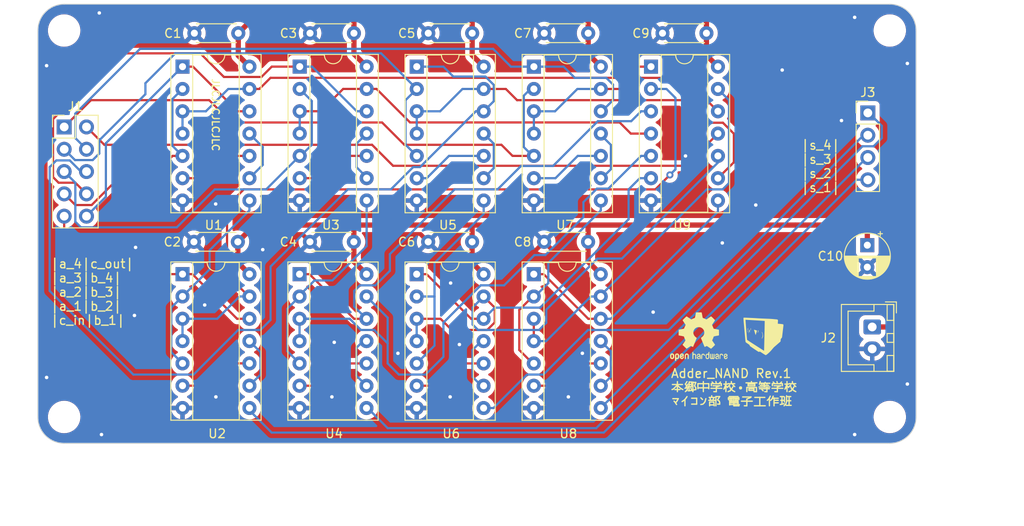
<source format=kicad_pcb>
(kicad_pcb (version 20221018) (generator pcbnew)
  (layers (0 "F.Cu" signal) (31 "B.Cu" signal) (34 "B.Paste" user) (35 "F.Paste" user) (36 "B.SilkS" user "B.Silkscreen") (37 "F.SilkS" user "F.Silkscreen") (38 "B.Mask" user) (39 "F.Mask" user) (44 "Edge.Cuts" user))
  (net 0 "")
  (net 1 "VCC")
  (net 2 "GND")
  (net 3 "/a_4")
  (net 4 "/a_3")
  (net 5 "/a_2")
  (net 6 "/a_1")
  (net 7 "/c_in")
  (net 8 "/b_1")
  (net 9 "/b_2")
  (net 10 "/b_3")
  (net 11 "/b_4")
  (net 12 "/c_out")
  (net 13 "/s_4")
  (net 14 "/s_3")
  (net 15 "/s_2")
  (net 16 "/s_1")
  (net 17 "Net-(U1-Pad13)")
  (net 18 "Net-(U1-Pad10)")
  (net 19 "Net-(U1-Pad8)")
  (net 20 "Net-(U1-Pad11)")
  (net 21 "Net-(U2-Pad13)")
  (net 22 "Net-(U2-Pad10)")
  (net 23 "Net-(U2-Pad11)")
  (net 24 "Net-(U3-Pad13)")
  (net 25 "Net-(U3-Pad10)")
  (net 26 "Net-(U3-Pad8)")
  (net 27 "Net-(U3-Pad11)")
  (net 28 "Net-(U4-Pad1)")
  (net 29 "Net-(U4-Pad13)")
  (net 30 "Net-(U4-Pad10)")
  (net 31 "Net-(U4-Pad11)")
  (net 32 "Net-(U5-Pad13)")
  (net 33 "Net-(U5-Pad10)")
  (net 34 "Net-(U5-Pad8)")
  (net 35 "Net-(U5-Pad11)")
  (net 36 "Net-(U6-Pad1)")
  (net 37 "Net-(U6-Pad13)")
  (net 38 "Net-(U6-Pad10)")
  (net 39 "Net-(U6-Pad11)")
  (net 40 "Net-(U7-Pad13)")
  (net 41 "Net-(U7-Pad10)")
  (net 42 "Net-(U7-Pad8)")
  (net 43 "Net-(U7-Pad11)")
  (net 44 "Net-(U8-Pad1)")
  (net 45 "Net-(U8-Pad13)")
  (net 46 "Net-(U8-Pad10)")
  (net 47 "Net-(U8-Pad11)")
  (footprint "Package_DIP:DIP-14_W7.62mm_Socket" (layer "F.Cu") (at 106.299 62.992)
    (fp_text reference "U4")
    (fp_text value "74HC00")
  )
  (footprint "Package_DIP:DIP-14_W7.62mm_Socket" (layer "F.Cu") (at 132.979 39.365)
    (fp_text reference "U7")
    (fp_text value "74HC00")
  )
  (footprint "Capacitor_THT:CP_Radial_D5.0mm_P2.50mm" (layer "F.Cu") (at 170.942 59.69 -90)
    (fp_text reference "C10")
    (fp_text value "C_Polarized_Small")
  )
  (footprint "Capacitor_THT:C_Disc_D4.3mm_W1.9mm_P5.00mm" (layer "F.Cu") (at 139.162 35.555 180)
    (fp_text reference "C7")
    (fp_text value "C_Small")
  )
  (footprint "Capacitor_THT:C_Disc_D4.3mm_W1.9mm_P5.00mm" (layer "F.Cu") (at 125.944 59.309 180)
    (fp_text reference "C6")
    (fp_text value "C_Small")
  )
  (footprint "Package_DIP:DIP-14_W7.62mm_Socket" (layer "F.Cu") (at 119.634 62.992)
    (fp_text reference "U6")
    (fp_text value "74HC00")
  )
  (footprint "Package_DIP:DIP-14_W7.62mm_Socket" (layer "F.Cu") (at 119.644 39.365)
    (fp_text reference "U5")
    (fp_text value "74HC00")
  )
  (footprint "Capacitor_THT:C_Disc_D4.3mm_W1.9mm_P5.00mm" (layer "F.Cu") (at 99.274 59.309 180)
    (fp_text reference "C2")
    (fp_text value "C_Small")
  )
  (footprint "Connector_PinHeader_2.54mm:PinHeader_1x04_P2.54mm_Vertical" (layer "F.Cu") (at 171 44.63)
    (fp_text reference "J3")
    (fp_text value "Conn_01x04_Pin")
  )
  (footprint "Package_DIP:DIP-14_W7.62mm_Socket" (layer "F.Cu") (at 106.319 39.36)
    (fp_text reference "U3")
    (fp_text value "74HC00")
  )
  (footprint "Package_DIP:DIP-14_W7.62mm_Socket" (layer "F.Cu") (at 132.969 62.992)
    (fp_text reference "U8")
    (fp_text value "74HC00")
  )
  (footprint "Capacitor_THT:C_Disc_D4.3mm_W1.9mm_P5.00mm" (layer "F.Cu") (at 139.152 59.309 180)
    (fp_text reference "C8")
    (fp_text value "C_Small")
  )
  (footprint "Library:mcc_logo" (layer "F.Cu") (at 159.258 70.104)
    (fp_text reference "G***" hide)
    (fp_text value "LOGO" hide)
  )
  (footprint "Package_DIP:DIP-14_W7.62mm_Socket" (layer "F.Cu") (at 92.974 62.987)
    (fp_text reference "U2")
    (fp_text value "74HC00")
  )
  (footprint "MountingHole:MountingHole_3.2mm_M3" (layer "F.Cu") (at 79.5 35.25)
    (fp_text reference "H1" hide)
    (fp_text value "MountingHole")
  )
  (footprint "Capacitor_THT:C_Disc_D4.3mm_W1.9mm_P5.00mm" (layer "F.Cu") (at 125.954 35.555 180)
    (fp_text reference "C5")
    (fp_text value "C_Small")
  )
  (footprint "MountingHole:MountingHole_3.2mm_M3" (layer "F.Cu") (at 79.5 79.25)
    (fp_text reference "H2" hide)
    (fp_text value "MountingHole")
  )
  (footprint "MountingHole:MountingHole_3.2mm_M3" (layer "F.Cu") (at 173.5 79.25)
    (fp_text reference "H3" hide)
    (fp_text value "MountingHole")
  )
  (footprint "Package_DIP:DIP-14_W7.62mm_Socket" (layer "F.Cu") (at 146.314 39.365)
    (fp_text reference "U9")
    (fp_text value "74HC00")
  )
  (footprint "Capacitor_THT:C_Disc_D4.3mm_W1.9mm_P5.00mm" (layer "F.Cu") (at 152.624 35.555 180)
    (fp_text reference "C9")
    (fp_text value "C_Small")
  )
  (footprint "Symbol:OSHW-Logo2_7.3x6mm_SilkScreen" (layer "F.Cu") (at 151.758 70.104)
    (fp_text reference "REF**" hide)
    (fp_text value "OSHW-Logo2_7.3x6mm_SilkScreen" hide)
  )
  (footprint "Capacitor_THT:C_Disc_D4.3mm_W1.9mm_P5.00mm" (layer "F.Cu") (at 112.482 59.309 180)
    (fp_text reference "C4")
    (fp_text value "C_Small")
  )
  (footprint "Capacitor_THT:C_Disc_D4.3mm_W1.9mm_P5.00mm" (layer "F.Cu") (at 99.324 35.555 180)
    (fp_text reference "C1")
    (fp_text value "C_Small")
  )
  (footprint "Package_DIP:DIP-14_W7.62mm_Socket" (layer "F.Cu") (at 92.974 39.365)
    (fp_text reference "U1")
    (fp_text value "74HC00")
  )
  (footprint "MountingHole:MountingHole_3.2mm_M3" (layer "F.Cu") (at 173.5 35.25)
    (fp_text reference "H4" hide)
    (fp_text value "MountingHole")
  )
  (footprint "Connector_PinHeader_2.54mm:PinHeader_2x05_P2.54mm_Vertical" (layer "F.Cu") (at 79.502 46.228)
    (fp_text reference "J1")
    (fp_text value "Conn_02x05_Odd_Even")
  )
  (footprint "Connector_JST:JST_XH_B2B-XH-A_1x02_P2.50mm_Vertical" (layer "F.Cu") (at 171.5 69 -90)
    (fp_text reference "J2")
    (fp_text value "Conn_01x02_Pin")
  )
  (footprint "Capacitor_THT:C_Disc_D4.3mm_W1.9mm_P5.00mm" (layer "F.Cu") (at 112.492 35.555 180)
    (fp_text reference "C3")
    (fp_text value "C_Small")
  )
  (gr_arc (start 173.5 32.25) (mid 175.62132 33.12868) (end 176.5 35.25) (stroke (width 0.1)) (layer "Edge.Cuts"))
  (gr_line (start 79.5 82.25) (end 173.5 82.25) (stroke (width 0.1)) (layer "Edge.Cuts"))
  (gr_arc (start 79.5 82.25) (mid 77.37868 81.37132) (end 76.5 79.25) (stroke (width 0.1)) (layer "Edge.Cuts"))
  (gr_line (start 76.5 35.25) (end 76.5 79.25) (stroke (width 0.1)) (layer "Edge.Cuts"))
  (gr_arc (start 76.5 35.25) (mid 77.37868 33.12868) (end 79.5 32.25) (stroke (width 0.1)) (layer "Edge.Cuts"))
  (gr_line (start 173.5 32.25) (end 79.5 32.25) (stroke (width 0.1)) (layer "Edge.Cuts"))
  (gr_line (start 176.5 79.25) (end 176.5 35.25) (stroke (width 0.1)) (layer "Edge.Cuts"))
  (gr_arc (start 176.5 79.25) (mid 175.62132 81.37132) (end 173.5 82.25) (stroke (width 0.1)) (layer "Edge.Cuts"))
  (gr_text "|a_4|c_out|\n|a_3|b_4|\n|a_2|b_3|\n|a_1|b_2|\n|c_in|b_1|" (at 77.851 68.834) (layer "F.SilkS") (effects (font (size 1 1)) (justify left bottom)))
  (gr_text "Adder_NAND Rev.1\n本郷中学校・高等学校\nマイコン部 電子工作班" (at 148.508 78.104) (layer "F.SilkS") (effects (font (size 1 1)) (justify left bottom)))
  (gr_text "|s_4|\n|s_3|\n|s_2|\n|s_1|" (at 165.608 53.721) (layer "F.SilkS") (effects (font (size 1 1)) (justify bottom)))
  (gr_text "JLCJLCJLCJLC" (at 96.266 40.64 270) (layer "F.SilkS") (effects (font (size 0.8 0.8)) (justify left bottom)))
  (segment (start 112.5 33.655) (end 126 33.655) (width 0.6) (layer "F.Cu") (net 1))
  (segment (start 173.25 69) (end 171.5 69) (width 0.6) (layer "F.Cu") (net 1))
  (segment (start 125.944 61.682) (end 127.254 62.992) (width 0.6) (layer "F.Cu") (net 1))
  (segment (start 167.155 33.655) (end 174.117 40.617) (width 0.6) (layer "F.Cu") (net 1))
  (segment (start 112.5 57.4) (end 125.9 57.4) (width 0.6) (layer "F.Cu") (net 1))
  (segment (start 99.274 59.309) (end 101.183 57.4) (width 0.6) (layer "F.Cu") (net 1))
  (segment (start 139.162 37.928) (end 140.599 39.365) (width 0.6) (layer "F.Cu") (net 1))
  (segment (start 139.162 33.685) (end 139.192 33.655) (width 0.6) (layer "F.Cu") (net 1))
  (segment (start 139.162 35.555) (end 139.162 37.928) (width 0.6) (layer "F.Cu") (net 1))
  (segment (start 139.1 57.4) (end 162.75 57.4) (width 0.6) (layer "F.Cu") (net 1))
  (segment (start 139.162 35.555) (end 139.162 33.685) (width 0.6) (layer "F.Cu") (net 1))
  (segment (start 174.117 68.133) (end 173.25 69) (width 0.6) (layer "F.Cu") (net 1))
  (segment (start 139.192 33.655) (end 140.238 33.655) (width 0.6) (layer "F.Cu") (net 1))
  (segment (start 125.944 59.309) (end 125.944 57.444) (width 0.6) (layer "F.Cu") (net 1))
  (segment (start 125.944 57.444) (end 125.9 57.4) (width 0.6) (layer "F.Cu") (net 1))
  (segment (start 125.9 57.4) (end 139.1 57.4) (width 0.6) (layer "F.Cu") (net 1))
  (segment (start 152.624 38.055) (end 153.934 39.365) (width 0.6) (layer "F.Cu") (net 1))
  (segment (start 152.624 35.555) (end 152.624 38.055) (width 0.6) (layer "F.Cu") (net 1))
  (segment (start 112.492 35.555) (end 112.492 33.663) (width 0.6) (layer "F.Cu") (net 1))
  (segment (start 99.324 38.095) (end 100.594 39.365) (width 0.6) (layer "F.Cu") (net 1))
  (segment (start 99.274 59.309) (end 99.274 61.667) (width 0.6) (layer "F.Cu") (net 1))
  (segment (start 112.482 59.309) (end 112.482 57.418) (width 0.6) (layer "F.Cu") (net 1))
  (segment (start 152.624 33.679) (end 152.6 33.655) (width 0.6) (layer "F.Cu") (net 1))
  (segment (start 174.117 57.4) (end 174.117 62.75) (width 0.6) (layer "F.Cu") (net 1))
  (segment (start 112.492 35.555) (end 112.492 37.913) (width 0.6) (layer "F.Cu") (net 1))
  (segment (start 139.152 59.309) (end 139.152 61.555) (width 0.6) (layer "F.Cu") (net 1))
  (segment (start 125.954 38.055) (end 127.264 39.365) (width 0.6) (layer "F.Cu") (net 1))
  (segment (start 112.482 59.309) (end 112.482 61.555) (width 0.6) (layer "F.Cu") (net 1))
  (segment (start 125.944 59.309) (end 125.944 61.682) (width 0.6) (layer "F.Cu") (net 1))
  (segment (start 125.954 33.701) (end 126 33.655) (width 0.6) (layer "F.Cu") (net 1))
  (segment (start 112.492 37.913) (end 113.939 39.36) (width 0.6) (layer "F.Cu") (net 1))
  (segment (start 125.954 35.555) (end 125.954 38.055) (width 0.6) (layer "F.Cu") (net 1))
  (segment (start 99.274 61.667) (end 100.594 62.987) (width 0.6) (layer "F.Cu") (net 1))
  (segment (start 99.324 35.555) (end 101.224 33.655) (width 0.6) (layer "F.Cu") (net 1))
  (segment (start 140.238 33.655) (end 152.6 33.655) (width 0.6) (layer "F.Cu") (net 1))
  (segment (start 101.224 33.655) (end 112.5 33.655) (width 0.6) (layer "F.Cu") (net 1))
  (segment (start 112.482 61.555) (end 113.919 62.992) (width 0.6) (layer "F.Cu") (net 1))
  (segment (start 152.6 33.655) (end 167.155 33.655) (width 0.6) (layer "F.Cu") (net 1))
  (segment (start 174.117 62.75) (end 174.117 68.133) (width 0.6) (layer "F.Cu") (net 1))
  (segment (start 152.624 35.555) (end 152.624 33.679) (width 0.6) (layer "F.Cu") (net 1))
  (segment (start 126 33.655) (end 139.192 33.655) (width 0.6) (layer "F.Cu") (net 1))
  (segment (start 101.183 57.4) (end 112.5 57.4) (width 0.6) (layer "F.Cu") (net 1))
  (segment (start 99.324 35.555) (end 99.324 38.095) (width 0.6) (layer "F.Cu") (net 1))
  (segment (start 139.152 59.309) (end 139.152 57.452) (width 0.6) (layer "F.Cu") (net 1))
  (segment (start 125.954 35.555) (end 125.954 33.701) (width 0.6) (layer "F.Cu") (net 1))
  (segment (start 170.942 57.4) (end 170.942 59.69) (width 0.6) (layer "F.Cu") (net 1))
  (segment (start 112.482 57.418) (end 112.5 57.4) (width 0.6) (layer "F.Cu") (net 1))
  (segment (start 162.75 57.4) (end 170.942 57.4) (width 0.6) (layer "F.Cu") (net 1))
  (segment (start 139.152 61.555) (end 140.589 62.992) (width 0.6) (layer "F.Cu") (net 1))
  (segment (start 139.152 57.452) (end 139.1 57.4) (width 0.6) (layer "F.Cu") (net 1))
  (segment (start 112.492 33.663) (end 112.5 33.655) (width 0.6) (layer "F.Cu") (net 1))
  (segment (start 170.942 57.4) (end 174.117 57.4) (width 0.6) (layer "F.Cu") (net 1))
  (segment (start 174.117 40.617) (end 174.117 57.4) (width 0.6) (layer "F.Cu") (net 1))
  (via (at 77.5 39.25) (size 0.8) (drill 0.4) (layers "F.Cu" "B.Cu") (net 2))
  (via (at 83.5 33.25) (size 0.8) (drill 0.4) (layers "F.Cu" "B.Cu") (net 2))
  (via (at 96.774 76.962) (size 0.8) (drill 0.4) (layers "F.Cu" "B.Cu") (net 2))
  (via (at 83.75 81.25) (size 0.8) (drill 0.4) (layers "F.Cu" "B.Cu") (net 2))
  (via (at 110.25 70.75) (size 0.8) (drill 0.4) (layers "F.Cu" "B.Cu") (net 2))
  (via (at 102.108 60.198) (size 0.8) (drill 0.4) (layers "F.Cu" "B.Cu") (net 2))
  (via (at 87.63 59.944) (size 0.8) (drill 0.4) (layers "F.Cu" "B.Cu") (net 2))
  (via (at 87.503 67.691) (size 0.8) (drill 0.4) (layers "F.Cu" "B.Cu") (net 2))
  (via (at 124.5 71) (size 0.8) (drill 0.4) (layers "F.Cu" "B.Cu") (net 2))
  (via (at 117.5 72) (size 0.8) (drill 0.4) (layers "F.Cu" "B.Cu") (net 2))
  (via (at 175.5 75.5) (size 0.8) (drill 0.4) (layers "F.Cu" "B.Cu") (net 2))
  (via (at 123.444 76.962) (size 0.8) (drill 0.4) (layers "F.Cu" "B.Cu") (net 2))
  (via (at 146.558 67.31) (size 0.8) (drill 0.4) (layers "F.Cu" "B.Cu") (net 2))
  (via (at 175.5 39) (size 0.8) (drill 0.4) (layers "F.Cu" "B.Cu") (net 2))
  (via (at 123.5 64) (size 0.8) (drill 0.4) (layers "F.Cu" "B.Cu") (net 2))
  (via (at 138.5 72) (size 0.8) (drill 0.4) (layers "F.Cu" "B.Cu") (net 2))
  (via (at 154.432 59.436) (size 0.8) (drill 0.4) (layers "F.Cu" "B.Cu") (net 2))
  (via (at 169.5 33.75) (size 0.8) (drill 0.4) (layers "F.Cu" "B.Cu") (net 2))
  (via (at 169.5 81.25) (size 0.8) (drill 0.4) (layers "F.Cu" "B.Cu") (net 2))
  (via (at 168 45.5) (size 0.8) (drill 0.4) (layers "F.Cu" "B.Cu") (net 2))
  (via (at 95.5 66.5) (size 0.8) (drill 0.4) (layers "F.Cu" "B.Cu") (net 2))
  (via (at 136.906 76.962) (size 0.8) (drill 0.4) (layers "F.Cu" "B.Cu") (net 2))
  (via (at 161.25 39.75) (size 0.8) (drill 0.4) (layers "F.Cu" "B.Cu") (net 2))
  (via (at 109.982 76.962) (size 0.8) (drill 0.4) (layers "F.Cu" "B.Cu") (net 2))
  (via (at 158.242 55.118) (size 0.8) (drill 0.4) (layers "F.Cu" "B.Cu") (net 2))
  (via (at 96.75 55) (size 0.8) (drill 0.4) (layers "F.Cu" "B.Cu") (net 2))
  (via (at 150.241 49.53) (size 0.8) (drill 0.4) (layers "F.Cu" "B.Cu") (net 2))
  (via (at 77.5 74.75) (size 0.8) (drill 0.4) (layers "F.Cu" "B.Cu") (net 2))
  (segment (start 132.979 49.525) (end 130.551 49.525) (width 0.25) (layer "F.Cu") (net 3))
  (segment (start 130.551 49.525) (end 129.286 48.26) (width 0.25) (layer "F.Cu") (net 3))
  (segment (start 96.012 43.18) (end 82.55 43.18) (width 0.25) (layer "F.Cu") (net 3))
  (segment (start 82.55 43.18) (end 79.502 46.228) (width 0.25) (layer "F.Cu") (net 3))
  (segment (start 118.237 48.26) (end 115.697 45.72) (width 0.25) (layer "F.Cu") (net 3))
  (segment (start 115.697 45.72) (end 98.552 45.72) (width 0.25) (layer "F.Cu") (net 3))
  (segment (start 98.552 45.72) (end 96.012 43.18) (width 0.25) (layer "F.Cu") (net 3))
  (segment (start 129.286 48.26) (end 118.237 48.26) (width 0.25) (layer "F.Cu") (net 3))
  (segment (start 132.593 41.905) (end 131.83 42.668) (width 0.25) (layer "B.Cu") (net 3))
  (segment (start 131.83 48.518) (end 132.837 49.525) (width 0.25) (layer "B.Cu") (net 3))
  (segment (start 132.979 41.905) (end 132.593 41.905) (width 0.25) (layer "B.Cu") (net 3))
  (segment (start 131.83 42.668) (end 131.83 48.518) (width 0.25) (layer "B.Cu") (net 3))
  (segment (start 132.837 49.525) (end 132.979 49.525) (width 0.25) (layer "B.Cu") (net 3))
  (segment (start 115.585 37.846) (end 119.644 41.905) (width 0.25) (layer "B.Cu") (net 4))
  (segment (start 119.644 49.525) (end 118.364 48.245) (width 0.25) (layer "B.Cu") (net 4))
  (segment (start 82.75 50) (end 83.5 49.25) (width 0.25) (layer "B.Cu") (net 4))
  (segment (start 83.5 47.75) (end 88.75 42.5) (width 0.25) (layer "B.Cu") (net 4))
  (segment (start 83.5 49.25) (end 83.5 47.75) (width 0.25) (layer "B.Cu") (net 4))
  (segment (start 88.75 41.25) (end 92.154 37.846) (width 0.25) (layer "B.Cu") (net 4))
  (segment (start 92.154 37.846) (end 115.585 37.846) (width 0.25) (layer "B.Cu") (net 4))
  (segment (start 80.734 50) (end 82.75 50) (width 0.25) (layer "B.Cu") (net 4))
  (segment (start 79.502 48.768) (end 80.734 50) (width 0.25) (layer "B.Cu") (net 4))
  (segment (start 118.364 43.185) (end 119.644 41.905) (width 0.25) (layer "B.Cu") (net 4))
  (segment (start 88.75 42.5) (end 88.75 41.25) (width 0.25) (layer "B.Cu") (net 4))
  (segment (start 119.644 49.525) (end 119.375 49.525) (width 0.25) (layer "B.Cu") (net 4))
  (segment (start 118.364 48.245) (end 118.364 43.185) (width 0.25) (layer "B.Cu") (net 4))
  (segment (start 79.502 51.308) (end 78.74 51.308) (width 0.25) (layer "F.Cu") (net 5))
  (segment (start 106.436 49.52) (end 106.319 49.52) (width 0.25) (layer "B.Cu") (net 5))
  (segment (start 107.696 43.277) (end 107.696 48.26) (width 0.25) (layer "B.Cu") (net 5))
  (segment (start 96.647 53.34) (end 102.499 53.34) (width 0.25) (layer "B.Cu") (net 5))
  (segment (start 107.696 48.26) (end 106.436 49.52) (width 0.25) (layer "B.Cu") (net 5))
  (segment (start 92.329 57.658) (end 96.647 53.34) (width 0.25) (layer "B.Cu") (net 5))
  (segment (start 81.407 57.658) (end 92.329 57.658) (width 0.25) (layer "B.Cu") (net 5))
  (segment (start 79.502 51.308) (end 80.772 52.578) (width 0.25) (layer "B.Cu") (net 5))
  (segment (start 106.319 41.9) (end 107.696 43.277) (width 0.25) (layer "B.Cu") (net 5))
  (segment (start 80.772 52.578) (end 80.772 57.023) (width 0.25) (layer "B.Cu") (net 5))
  (segment (start 102.499 53.34) (end 106.319 49.52) (width 0.25) (layer "B.Cu") (net 5))
  (segment (start 80.772 57.023) (end 81.407 57.658) (width 0.25) (layer "B.Cu") (net 5))
  (segment (start 84.864366 52.885) (end 82.631366 55.118) (width 0.25) (layer "F.Cu") (net 6))
  (segment (start 91.8471 49.525) (end 88.4871 52.885) (width 0.25) (layer "F.Cu") (net 6))
  (segment (start 80.772 55.118) (end 79.502 53.848) (width 0.25) (layer "F.Cu") (net 6))
  (segment (start 82.631366 55.118) (end 80.772 55.118) (width 0.25) (layer "F.Cu") (net 6))
  (segment (start 92.974 49.525) (end 91.8471 49.525) (width 0.25) (layer "F.Cu") (net 6))
  (segment (start 88.4871 52.885) (end 84.864366 52.885) (width 0.25) (layer "F.Cu") (net 6))
  (segment (start 91.8246 43.0494) (end 91.8246 48.3756) (width 0.25) (layer "B.Cu") (net 6))
  (segment (start 92.974 41.905) (end 92.969 41.905) (width 0.25) (layer "B.Cu") (net 6))
  (segment (start 92.969 41.905) (end 91.8246 43.0494) (width 0.25) (layer "B.Cu") (net 6))
  (segment (start 91.8246 48.3756) (end 92.974 49.525) (width 0.25) (layer "B.Cu") (net 6))
  (segment (start 94.1009 62.987) (end 99.1809 68.067) (width 0.25) (layer "F.Cu") (net 7))
  (segment (start 92.974 62.987) (end 82.291 62.987) (width 0.25) (layer "F.Cu") (net 7))
  (segment (start 99.1809 68.067) (end 100.594 68.067) (width 0.25) (layer "F.Cu") (net 7))
  (segment (start 92.974 62.987) (end 94.1009 62.987) (width 0.25) (layer "F.Cu") (net 7))
  (segment (start 79.502 60.198) (end 79.502 56.388) (width 0.25) (layer "F.Cu") (net 7))
  (segment (start 82.291 62.987) (end 79.502 60.198) (width 0.25) (layer "F.Cu") (net 7))
  (segment (start 92.974 39.365) (end 94.16495 39.365) (width 0.25) (layer "F.Cu") (net 8))
  (segment (start 94.16495 39.365) (end 99.24495 44.445) (width 0.25) (layer "F.Cu") (net 8))
  (segment (start 99.24495 44.445) (end 100.594 44.445) (width 0.25) (layer "F.Cu") (net 8))
  (segment (start 92.974 39.365) (end 92.969 39.365) (width 0.25) (layer "B.Cu") (net 8))
  (segment (start 84.25 54.18) (end 82.042 56.388) (width 0.25) (layer "B.Cu") (net 8))
  (segment (start 92.969 39.365) (end 84.25 48.084) (width 0.25) (layer "B.Cu") (net 8))
  (segment (start 84.25 48.084) (end 84.25 54.18) (width 0.25) (layer "B.Cu") (net 8))
  (segment (start 97.6887 40.5387) (end 101.9565 40.5387) (width 0.25) (layer "F.Cu") (net 9))
  (segment (start 78.867 52.578) (end 78.232 51.943) (width 0.25) (layer "F.Cu") (net 9))
  (segment (start 80.772 52.578) (end 78.867 52.578) (width 0.25) (layer "F.Cu") (net 9))
  (segment (start 82.042 53.848) (end 80.772 52.578) (width 0.25) (layer "F.Cu") (net 9))
  (segment (start 103.1352 39.36) (end 106.319 39.36) (width 0.25) (layer "F.Cu") (net 9))
  (segment (start 101.9565 40.5387) (end 103.1352 39.36) (width 0.25) (layer "F.Cu") (net 9))
  (segment (start 78.232 45.3353) (end 85.7213 37.846) (width 0.25) (layer "F.Cu") (net 9))
  (segment (start 78.232 51.943) (end 78.232 45.3353) (width 0.25) (layer "F.Cu") (net 9))
  (segment (start 85.7213 37.846) (end 94.996 37.846) (width 0.25) (layer "F.Cu") (net 9))
  (segment (start 94.996 37.846) (end 97.6887 40.5387) (width 0.25) (layer "F.Cu") (net 9))
  (segment (start 113.939 44.44) (end 112.812 44.44) (width 0.25) (layer "B.Cu") (net 9))
  (segment (start 112.812 44.44) (end 107.732 39.36) (width 0.25) (layer "B.Cu") (net 9))
  (segment (start 107.732 39.36) (end 106.319 39.36) (width 0.25) (layer "B.Cu") (net 9))
  (segment (start 111.794 53.33) (end 116.705 53.33) (width 0.25) (layer "B.Cu") (net 10))
  (segment (start 77.851 64.897) (end 87.376 74.422) (width 0.25) (layer "B.Cu") (net 10))
  (segment (start 78.613 50.038) (end 77.851 50.8) (width 0.25) (layer "B.Cu") (net 10))
  (segment (start 122.677 39.365) (end 119.644 39.365) (width 0.25) (layer "B.Cu") (net 10))
  (segment (start 103 68.196) (end 103 62.124) (width 0.25) (layer "B.Cu") (net 10))
  (segment (start 82.042 51.308) (end 81.405604 51.308) (width 0.25) (layer "B.Cu") (net 10))
  (segment (start 99.314 69.342) (end 101.854 69.342) (width 0.25) (layer "B.Cu") (net 10))
  (segment (start 126.371 44.445) (end 127.264 44.445) (width 0.25) (layer "B.Cu") (net 10))
  (segment (start 80.135604 50.038) (end 78.613 50.038) (width 0.25) (layer "B.Cu") (net 10))
  (segment (start 120.021 50.795) (end 126.371 44.445) (width 0.25) (layer "B.Cu") (net 10))
  (segment (start 116.705 53.33) (end 119.24 50.795) (width 0.25) (layer "B.Cu") (net 10))
  (segment (start 128.414 41.4444) (end 127.462 40.4919) (width 0.25) (layer "B.Cu") (net 10))
  (segment (start 101.854 69.342) (end 103 68.196) (width 0.25) (layer "B.Cu") (net 10))
  (segment (start 77.851 50.8) (end 77.851 64.897) (width 0.25) (layer "B.Cu") (net 10))
  (segment (start 123.8039 40.4919) (end 122.677 39.365) (width 0.25) (layer "B.Cu") (net 10))
  (segment (start 103 62.124) (end 111.794 53.33) (width 0.25) (layer "B.Cu") (net 10))
  (segment (start 119.24 50.795) (end 120.021 50.795) (width 0.25) (layer "B.Cu") (net 10))
  (segment (start 81.405604 51.308) (end 80.135604 50.038) (width 0.25) (layer "B.Cu") (net 10))
  (segment (start 87.376 74.422) (end 94.234 74.422) (width 0.25) (layer "B.Cu") (net 10))
  (segment (start 127.264 44.445) (end 128.414 43.295) (width 0.25) (layer "B.Cu") (net 10))
  (segment (start 94.234 74.422) (end 99.314 69.342) (width 0.25) (layer "B.Cu") (net 10))
  (segment (start 128.414 43.295) (end 128.414 41.4444) (width 0.25) (layer "B.Cu") (net 10))
  (segment (start 127.462 40.4919) (end 123.8039 40.4919) (width 0.25) (layer "B.Cu") (net 10))
  (segment (start 140.599 44.445) (end 140.721 44.445) (width 0.25) (layer "B.Cu") (net 11))
  (segment (start 82.042 48.768) (end 80.772 47.498) (width 0.25) (layer "B.Cu") (net 11))
  (segment (start 141.224 40.64) (end 137.64 40.64) (width 0.25) (layer "B.Cu") (net 11))
  (segment (start 137.64 40.64) (end 136.365 39.365) (width 0.25) (layer "B.Cu") (net 11))
  (segment (start 136.365 39.365) (end 132.979 39.365) (width 0.25) (layer "B.Cu") (net 11))
  (segment (start 141.986 41.402) (end 141.224 40.64) (width 0.25) (layer "B.Cu") (net 11))
  (segment (start 128.338 37.338) (end 130.365 39.365) (width 0.25) (layer "B.Cu") (net 11))
  (segment (start 80.772 47.498) (end 80.772 44.704) (width 0.25) (layer "B.Cu") (net 11))
  (segment (start 130.365 39.365) (end 132.979 39.365) (width 0.25) (layer "B.Cu") (net 11))
  (segment (start 140.721 44.445) (end 141.986 43.18) (width 0.25) (layer "B.Cu") (net 11))
  (segment (start 80.772 44.704) (end 88.138 37.338) (width 0.25) (layer "B.Cu") (net 11))
  (segment (start 141.986 43.18) (end 141.986 41.402) (width 0.25) (layer "B.Cu") (net 11))
  (segment (start 88.138 37.338) (end 128.338 37.338) (width 0.25) (layer "B.Cu") (net 11))
  (segment (start 84.074 48.26) (end 82.042 46.228) (width 0.25) (layer "F.Cu") (net 12))
  (segment (start 114.552878 48.26) (end 84.074 48.26) (width 0.25) (layer "F.Cu") (net 12))
  (segment (start 153.934 46.985) (end 150.269 50.65) (width 0.25) (layer "F.Cu") (net 12))
  (segment (start 150.269 50.65) (end 116.942878 50.65) (width 0.25) (layer "F.Cu") (net 12))
  (segment (start 116.942878 50.65) (end 114.552878 48.26) (width 0.25) (layer "F.Cu") (net 12))
  (segment (start 172.593 46.101) (end 172.593 47.498) (width 0.25) (layer "B.Cu") (net 13))
  (segment (start 171.112 44.62) (end 172.593 46.101) (width 0.25) (layer "B.Cu") (net 13))
  (segment (start 171.661 48.43) (end 170.391 48.43) (width 0.25) (layer "B.Cu") (net 13))
  (segment (start 170.9 44.62) (end 171.112 44.62) (width 0.25) (layer "B.Cu") (net 13))
  (segment (start 170.391 48.43) (end 140.589 78.232) (width 0.25) (layer "B.Cu") (net 13))
  (segment (start 172.593 47.498) (end 171.661 48.43) (width 0.25) (layer "B.Cu") (net 13))
  (segment (start 128.381 78.232) (end 132.191 74.422) (width 0.25) (layer "B.Cu") (net 14))
  (segment (start 127.254 78.232) (end 128.381 78.232) (width 0.25) (layer "B.Cu") (net 14))
  (segment (start 148.336 69.342) (end 170.518 47.16) (width 0.25) (layer "B.Cu") (net 14))
  (segment (start 139.142 69.342) (end 148.336 69.342) (width 0.25) (layer "B.Cu") (net 14))
  (segment (start 134.062 74.422) (end 139.142 69.342) (width 0.25) (layer "B.Cu") (net 14))
  (segment (start 132.191 74.422) (end 134.062 74.422) (width 0.25) (layer "B.Cu") (net 14))
  (segment (start 170.518 47.16) (end 170.9 47.16) (width 0.25) (layer "B.Cu") (net 14))
  (segment (start 140.082 80.518) (end 116.332 80.518) (width 0.25) (layer "B.Cu") (net 15))
  (segment (start 116.332 80.518) (end 114.046 78.232) (width 0.25) (layer "B.Cu") (net 15))
  (segment (start 114.046 78.232) (end 113.919 78.232) (width 0.25) (layer "B.Cu") (net 15))
  (segment (start 170.9 49.7) (end 140.082 80.518) (width 0.25) (layer "B.Cu") (net 15))
  (segment (start 100.594 78.496) (end 100.594 78.227) (width 0.25) (layer "B.Cu") (net 16))
  (segment (start 169.723 52.24) (end 140.937 81.026) (width 0.25) (layer "B.Cu") (net 16))
  (segment (start 170.9 52.24) (end 169.723 52.24) (width 0.25) (layer "B.Cu") (net 16))
  (segment (start 140.937 81.026) (end 103.124 81.026) (width 0.25) (layer "B.Cu") (net 16))
  (segment (start 103.124 81.026) (end 100.594 78.496) (width 0.25) (layer "B.Cu") (net 16))
  (segment (start 143.462 40.635) (end 144.732 39.365) (width 0.25) (layer "F.Cu") (net 17))
  (segment (start 101.721 41.905) (end 102.991 40.635) (width 0.25) (layer "F.Cu") (net 17))
  (segment (start 144.732 39.365) (end 146.314 39.365) (width 0.25) (layer "F.Cu") (net 17))
  (segment (start 100.594 41.905) (end 101.721 41.905) (width 0.25) (layer "F.Cu") (net 17))
  (segment (start 102.991 40.635) (end 143.462 40.635) (width 0.25) (layer "F.Cu") (net 17))
  (segment (start 98.176 41.905) (end 100.594 41.905) (width 0.25) (layer "B.Cu") (net 17))
  (segment (start 95.636 44.445) (end 98.176 41.905) (width 0.25) (layer "B.Cu") (net 17))
  (segment (start 92.974 46.985) (end 92.974 44.445) (width 0.25) (layer "B.Cu") (net 17))
  (segment (start 92.974 44.445) (end 95.636 44.445) (width 0.25) (layer "B.Cu") (net 17))
  (segment (start 98.049 49.525) (end 100.594 49.525) (width 0.25) (layer "F.Cu") (net 18))
  (segment (start 95.509 52.065) (end 98.049 49.525) (width 0.25) (layer "F.Cu") (net 18))
  (segment (start 92.974 52.065) (end 95.509 52.065) (width 0.25) (layer "F.Cu") (net 18))
  (segment (start 92.974 73.147) (end 91.694 71.867) (width 0.25) (layer "B.Cu") (net 19))
  (segment (start 93.2532 65.2428) (end 92.974 65.522) (width 0.25) (layer "B.Cu") (net 19))
  (segment (start 96.0649 62.4311) (end 93.2532 65.2428) (width 0.25) (layer "B.Cu") (net 19))
  (segment (start 92.969 65.527) (end 92.974 65.527) (width 0.25) (layer "B.Cu") (net 19))
  (segment (start 92.974 65.522) (end 92.974 65.527) (width 0.25) (layer "B.Cu") (net 19))
  (segment (start 91.694 66.802) (end 92.969 65.527) (width 0.25) (layer "B.Cu") (net 19))
  (segment (start 100.594 55.7319) (end 96.0649 60.261) (width 0.25) (layer "B.Cu") (net 19))
  (segment (start 100.594 54.605) (end 100.594 55.7319) (width 0.25) (layer "B.Cu") (net 19))
  (segment (start 96.0649 60.261) (end 96.0649 62.4311) (width 0.25) (layer "B.Cu") (net 19))
  (segment (start 91.694 71.867) (end 91.694 66.802) (width 0.25) (layer "B.Cu") (net 19))
  (segment (start 100.594 46.985) (end 100.594 47) (width 0.25) (layer "B.Cu") (net 20))
  (segment (start 100.594 47) (end 102.108 48.514) (width 0.25) (layer "B.Cu") (net 20))
  (segment (start 102.108 50.551) (end 100.594 52.065) (width 0.25) (layer "B.Cu") (net 20))
  (segment (start 102.108 48.514) (end 102.108 50.551) (width 0.25) (layer "B.Cu") (net 20))
  (segment (start 148.463 51.689) (end 146.812 53.34) (width 0.25) (layer "F.Cu") (net 21))
  (segment (start 146.812 53.34) (end 99.949 53.34) (width 0.25) (layer "F.Cu") (net 21))
  (segment (start 98.044 63.044) (end 100.527 65.527) (width 0.25) (layer "F.Cu") (net 21))
  (segment (start 98.044 55.245) (end 98.044 63.044) (width 0.25) (layer "F.Cu") (net 21))
  (segment (start 99.949 53.34) (end 98.044 55.245) (width 0.25) (layer "F.Cu") (net 21))
  (segment (start 100.527 65.527) (end 100.594 65.527) (width 0.25) (layer "F.Cu") (net 21))
  (via (at 148.463 51.689) (size 0.8) (drill 0.4) (layers "F.Cu" "B.Cu") (net 21))
  (segment (start 92.974 68.067) (end 92.974 70.607) (width 0.25) (layer "B.Cu") (net 21))
  (segment (start 149.098 51.054) (end 149.098 42.926) (width 0.25) (layer "B.Cu") (net 21))
  (segment (start 92.974 68.067) (end 96.9271 68.067) (width 0.25) (layer "B.Cu") (net 21))
  (segment (start 96.9271 68.067) (end 99.4671 65.527) (width 0.25) (layer "B.Cu") (net 21))
  (segment (start 99.4671 65.527) (end 100.594 65.527) (width 0.25) (layer "B.Cu") (net 21))
  (segment (start 148.463 51.689) (end 149.098 51.054) (width 0.25) (layer "B.Cu") (net 21))
  (segment (start 148.077 41.905) (end 146.314 41.905) (width 0.25) (layer "B.Cu") (net 21))
  (segment (start 149.098 42.926) (end 148.077 41.905) (width 0.25) (layer "B.Cu") (net 21))
  (segment (start 97.795 73.147) (end 100.594 73.147) (width 0.25) (layer "F.Cu") (net 22))
  (segment (start 95.255 75.687) (end 97.795 73.147) (width 0.25) (layer "F.Cu") (net 22))
  (segment (start 92.974 75.687) (end 95.255 75.687) (width 0.25) (layer "F.Cu") (net 22))
  (segment (start 100.594 75.687) (end 100.594 75.682) (width 0.25) (layer "B.Cu") (net 23))
  (segment (start 101.854 74.422) (end 101.854 71.867) (width 0.25) (layer "B.Cu") (net 23))
  (segment (start 100.594 75.682) (end 101.854 74.422) (width 0.25) (layer "B.Cu") (net 23))
  (segment (start 101.854 71.867) (end 100.594 70.607) (width 0.25) (layer "B.Cu") (net 23))
  (segment (start 113.939 41.9) (end 111.262 41.9) (width 0.25) (layer "F.Cu") (net 24))
  (segment (start 118.881 45.715) (end 142.743 45.715) (width 0.25) (layer "F.Cu") (net 24))
  (segment (start 144.013 46.985) (end 146.314 46.985) (width 0.25) (layer "F.Cu") (net 24))
  (segment (start 108.722 44.44) (end 106.319 44.44) (width 0.25) (layer "F.Cu") (net 24))
  (segment (start 113.939 41.9) (end 115.066 41.9) (width 0.25) (layer "F.Cu") (net 24))
  (segment (start 142.743 45.715) (end 144.013 46.985) (width 0.25) (layer "F.Cu") (net 24))
  (segment (start 115.066 41.9) (end 118.881 45.715) (width 0.25) (layer "F.Cu") (net 24))
  (segment (start 111.262 41.9) (end 108.722 44.44) (width 0.25) (layer "F.Cu") (net 24))
  (segment (start 106.319 46.98) (end 106.319 44.44) (width 0.25) (layer "B.Cu") (net 24))
  (segment (start 113.939 49.52) (end 112.024 49.52) (width 0.25) (layer "F.Cu") (net 25))
  (segment (start 112.024 49.52) (end 109.484 52.06) (width 0.25) (layer "F.Cu") (net 25))
  (segment (start 109.484 52.06) (end 106.319 52.06) (width 0.25) (layer "F.Cu") (net 25))
  (segment (start 113.939 54.6) (end 113.939 59.797) (width 0.25) (layer "B.Cu") (net 26))
  (segment (start 106.299 65.532) (end 104.902 66.929) (width 0.25) (layer "B.Cu") (net 26))
  (segment (start 110.031 63.705) (end 107.999 63.705) (width 0.25) (layer "B.Cu") (net 26))
  (segment (start 104.902 66.929) (end 104.902 71.755) (width 0.25) (layer "B.Cu") (net 26))
  (segment (start 104.902 71.755) (end 106.299 73.152) (width 0.25) (layer "B.Cu") (net 26))
  (segment (start 113.939 59.797) (end 110.031 63.705) (width 0.25) (layer "B.Cu") (net 26))
  (segment (start 106.299 65.405) (end 106.299 65.532) (width 0.25) (layer "B.Cu") (net 26))
  (segment (start 107.999 63.705) (end 106.299 65.405) (width 0.25) (layer "B.Cu") (net 26))
  (segment (start 112.79 50.814) (end 113.939 51.963) (width 0.25) (layer "B.Cu") (net 27))
  (segment (start 113.939 51.963) (end 113.939 52.06) (width 0.25) (layer "B.Cu") (net 27))
  (segment (start 113.939 46.98) (end 112.79 48.129) (width 0.25) (layer "B.Cu") (net 27))
  (segment (start 112.79 48.129) (end 112.79 50.814) (width 0.25) (layer "B.Cu") (net 27))
  (segment (start 107.426 62.992) (end 112.506 68.072) (width 0.25) (layer "F.Cu") (net 28))
  (segment (start 112.506 68.072) (end 113.919 68.072) (width 0.25) (layer "F.Cu") (net 28))
  (segment (start 106.299 62.992) (end 107.426 62.992) (width 0.25) (layer "F.Cu") (net 28))
  (segment (start 123.957 53.335) (end 116.586 60.706) (width 0.25) (layer "B.Cu") (net 28))
  (segment (start 131.512 50.6709) (end 128.848 53.335) (width 0.25) (layer "B.Cu") (net 28))
  (segment (start 144.06 45.5719) (end 140.262 45.5719) (width 0.25) (layer "B.Cu") (net 28))
  (segment (start 112.522 66.675) (end 113.919 68.072) (width 0.25) (layer "B.Cu") (net 28))
  (segment (start 128.848 53.335) (end 123.957 53.335) (width 0.25) (layer "B.Cu") (net 28))
  (segment (start 146.314 44.445) (end 145.187 44.445) (width 0.25) (layer "B.Cu") (net 28))
  (segment (start 112.522 64.897) (end 112.522 66.675) (width 0.25) (layer "B.Cu") (net 28))
  (segment (start 116.586 60.706) (end 116.586 62.611) (width 0.25) (layer "B.Cu") (net 28))
  (segment (start 145.187 44.445) (end 144.06 45.5719) (width 0.25) (layer "B.Cu") (net 28))
  (segment (start 113.157 64.262) (end 112.522 64.897) (width 0.25) (layer "B.Cu") (net 28))
  (segment (start 135.163 50.6709) (end 131.512 50.6709) (width 0.25) (layer "B.Cu") (net 28))
  (segment (start 116.586 62.611) (end 114.935 64.262) (width 0.25) (layer "B.Cu") (net 28))
  (segment (start 140.262 45.5719) (end 135.163 50.6709) (width 0.25) (layer "B.Cu") (net 28))
  (segment (start 114.935 64.262) (end 113.157 64.262) (width 0.25) (layer "B.Cu") (net 28))
  (segment (start 145.187 49.525) (end 141.462 53.25) (width 0.25) (layer "B.Cu") (net 29))
  (segment (start 138.618 54.7908) (end 138.618 56.4873) (width 0.25) (layer "B.Cu") (net 29))
  (segment (start 140.1588 53.25) (end 138.618 54.7908) (width 0.25) (layer "B.Cu") (net 29))
  (segment (start 116.332 70.866) (end 116.332 67.945) (width 0.25) (layer "B.Cu") (net 29))
  (segment (start 114.808 69.342) (end 113.284 69.342) (width 0.25) (layer "B.Cu") (net 29))
  (segment (start 122.682 68.505) (end 122.682 72.39) (width 0.25) (layer "B.Cu") (net 29))
  (segment (start 106.299 68.072) (end 106.862 68.072) (width 0.25) (layer "B.Cu") (net 29))
  (segment (start 117.602 74.422) (end 116.332 73.152) (width 0.25) (layer "B.Cu") (net 29))
  (segment (start 107.426 68.072) (end 106.862 68.072) (width 0.25) (layer "B.Cu") (net 29))
  (segment (start 122.682 72.39) (end 120.65 74.422) (width 0.25) (layer "B.Cu") (net 29))
  (segment (start 106.862 68.072) (end 107.426 68.072) (width 0.25) (layer "B.Cu") (net 29))
  (segment (start 133.037 60.8156) (end 129.591 64.262) (width 0.25) (layer "B.Cu") (net 29))
  (segment (start 116.332 70.866) (end 114.808 69.342) (width 0.25) (layer "B.Cu") (net 29))
  (segment (start 138.618 56.4873) (end 134.29 60.8156) (width 0.25) (layer "B.Cu") (net 29))
  (segment (start 134.29 60.8156) (end 133.037 60.8156) (width 0.25) (layer "B.Cu") (net 29))
  (segment (start 116.332 67.945) (end 113.919 65.532) (width 0.25) (layer "B.Cu") (net 29))
  (segment (start 120.65 74.422) (end 117.602 74.422) (width 0.25) (layer "B.Cu") (net 29))
  (segment (start 112.014 68.072) (end 107.426 68.072) (width 0.25) (layer "B.Cu") (net 29))
  (segment (start 126.925 64.262) (end 122.682 68.505) (width 0.25) (layer "B.Cu") (net 29))
  (segment (start 141.462 53.25) (end 140.1588 53.25) (width 0.25) (layer "B.Cu") (net 29))
  (segment (start 146.314 49.525) (end 145.187 49.525) (width 0.25) (layer "B.Cu") (net 29))
  (segment (start 106.299 68.6355) (end 106.299 70.612) (width 0.25) (layer "B.Cu") (net 29))
  (segment (start 106.862 68.072) (end 106.299 68.6355) (width 0.25) (layer "B.Cu") (net 29))
  (segment (start 116.332 73.152) (end 116.332 70.866) (width 0.25) (layer "B.Cu") (net 29))
  (segment (start 129.591 64.262) (end 126.925 64.262) (width 0.25) (layer "B.Cu") (net 29))
  (segment (start 106.862 68.072) (end 106.299 68.072) (width 0.25) (layer "B.Cu") (net 29))
  (segment (start 113.284 69.342) (end 112.014 68.072) (width 0.25) (layer "B.Cu") (net 29))
  (segment (start 108.712 75.692) (end 111.252 73.152) (width 0.25) (layer "F.Cu") (net 30))
  (segment (start 111.252 73.152) (end 113.919 73.152) (width 0.25) (layer "F.Cu") (net 30))
  (segment (start 106.299 75.692) (end 108.712 75.692) (width 0.25) (layer "F.Cu") (net 30))
  (segment (start 113.919 75.692) (end 112.77 74.5426) (width 0.25) (layer "B.Cu") (net 31))
  (segment (start 113.538 70.612) (end 113.919 70.612) (width 0.25) (layer "B.Cu") (net 31))
  (segment (start 112.77 74.5426) (end 112.77 71.3804) (width 0.25) (layer "B.Cu") (net 31))
  (segment (start 112.77 71.3804) (end 113.538 70.612) (width 0.25) (layer "B.Cu") (net 31))
  (segment (start 152.43 45.75) (end 149.86 43.18) (width 0.25) (layer "F.Cu") (net 32))
  (segment (start 129.789 41.905) (end 127.264 41.905) (width 0.25) (layer "F.Cu") (net 32))
  (segment (start 131.064 43.18) (end 129.789 41.905) (width 0.25) (layer "F.Cu") (net 32))
  (segment (start 149.86 43.18) (end 131.064 43.18) (width 0.25) (layer "F.Cu") (net 32))
  (segment (start 155.75 47) (end 154.5 45.75) (width 0.25) (layer "F.Cu") (net 32))
  (segment (start 155.75 50.25) (end 155.75 47) (width 0.25) (layer "F.Cu") (net 32))
  (segment (start 155.749 50.25) (end 155.75 50.25) (width 0.25) (layer "F.Cu") (net 32))
  (segment (start 153.934 52.065) (end 155.749 50.25) (width 0.25) (layer "F.Cu") (net 32))
  (segment (start 154.5 45.75) (end 152.43 45.75) (width 0.25) (layer "F.Cu") (net 32))
  (segment (start 127.264 41.905) (end 124.846 41.905) (width 0.25) (layer "B.Cu") (net 32))
  (segment (start 124.846 41.905) (end 122.306 44.445) (width 0.25) (layer "B.Cu") (net 32))
  (segment (start 119.644 44.445) (end 119.644 46.985) (width 0.25) (layer "B.Cu") (net 32))
  (segment (start 122.306 44.445) (end 119.644 44.445) (width 0.25) (layer "B.Cu") (net 32))
  (segment (start 123.311 49.525) (end 120.771 52.065) (width 0.25) (layer "B.Cu") (net 33))
  (segment (start 120.771 52.065) (end 119.644 52.065) (width 0.25) (layer "B.Cu") (net 33))
  (segment (start 127.264 49.525) (end 123.311 49.525) (width 0.25) (layer "B.Cu") (net 33))
  (segment (start 127.264 54.605) (end 127.264 56.124) (width 0.25) (layer "B.Cu") (net 34))
  (segment (start 119.634 65.532) (end 121.666 65.532) (width 0.25) (layer "B.Cu") (net 34))
  (segment (start 121.666 71.12) (end 119.634 73.152) (width 0.25) (layer "B.Cu") (net 34))
  (segment (start 127.264 56.124) (end 121.666 61.722) (width 0.25) (layer "B.Cu") (net 34))
  (segment (start 121.666 65.532) (end 121.666 71.12) (width 0.25) (layer "B.Cu") (net 34))
  (segment (start 121.666 61.722) (end 121.666 65.532) (width 0.25) (layer "B.Cu") (net 34))
  (segment (start 128.413 48.134) (end 128.413 50.916) (width 0.25) (layer "B.Cu") (net 35))
  (segment (start 127.264 46.985) (end 128.413 48.134) (width 0.25) (layer "B.Cu") (net 35))
  (segment (start 128.413 50.916) (end 127.264 52.065) (width 0.25) (layer "B.Cu") (net 35))
  (segment (start 119.634 62.992) (end 120.761 62.992) (width 0.25) (layer "F.Cu") (net 36))
  (segment (start 120.761 62.992) (end 125.841 68.072) (width 0.25) (layer "F.Cu") (net 36))
  (segment (start 125.841 68.072) (end 127.254 68.072) (width 0.25) (layer "F.Cu") (net 36))
  (segment (start 143.764 53.34) (end 143.764 56.736) (width 0.25) (layer "B.Cu") (net 36))
  (segment (start 145.039 52.065) (end 143.764 53.34) (width 0.25) (layer "B.Cu") (net 36))
  (segment (start 133.698 66.802) (end 128.524 66.802) (width 0.25) (layer "B.Cu") (net 36))
  (segment (start 128.524 66.802) (end 127.254 68.072) (width 0.25) (layer "B.Cu") (net 36))
  (segment (start 143.764 56.736) (end 133.698 66.802) (width 0.25) (layer "B.Cu") (net 36))
  (segment (start 146.314 52.065) (end 145.039 52.065) (width 0.25) (layer "B.Cu") (net 36))
  (segment (start 127.664939 69.342) (end 128.524 68.482939) (width 0.25) (layer "F.Cu") (net 37))
  (segment (start 128.524 68.482939) (end 128.524 66.802) (width 0.25) (layer "F.Cu") (net 37))
  (segment (start 122.3565 68.072) (end 123.6265 69.342) (width 0.25) (layer "F.Cu") (net 37))
  (segment (start 123.6265 69.342) (end 127.664939 69.342) (width 0.25) (layer "F.Cu") (net 37))
  (segment (start 128.524 66.802) (end 127.254 65.532) (width 0.25) (layer "F.Cu") (net 37))
  (segment (start 119.634 68.072) (end 122.3565 68.072) (width 0.25) (layer "F.Cu") (net 37))
  (segment (start 126.619 69.342) (end 126 68.723) (width 0.25) (layer "B.Cu") (net 37))
  (segment (start 143.002 61.214) (end 140.208 61.214) (width 0.25) (layer "B.Cu") (net 37))
  (segment (start 134.388 68.5242) (end 133.57 69.342) (width 0.25) (layer "B.Cu") (net 37))
  (segment (start 140.208 61.214) (end 134.388 67.034) (width 0.25) (layer "B.Cu") (net 37))
  (segment (start 126 66.786) (end 127.254 65.532) (width 0.25) (layer "B.Cu") (net 37))
  (segment (start 133.57 69.342) (end 126.619 69.342) (width 0.25) (layer "B.Cu") (net 37))
  (segment (start 119.634 68.072) (end 119.634 70.612) (width 0.25) (layer "B.Cu") (net 37))
  (segment (start 153.934 50.282) (end 143.002 61.214) (width 0.25) (layer "B.Cu") (net 37))
  (segment (start 126 68.723) (end 126 66.786) (width 0.25) (layer "B.Cu") (net 37))
  (segment (start 153.934 49.525) (end 153.934 50.282) (width 0.25) (layer "B.Cu") (net 37))
  (segment (start 134.388 67.034) (end 134.388 68.5242) (width 0.25) (layer "B.Cu") (net 37))
  (segment (start 124.968 73.152) (end 127.254 73.152) (width 0.25) (layer "F.Cu") (net 38))
  (segment (start 122.428 75.692) (end 124.968 73.152) (width 0.25) (layer "F.Cu") (net 38))
  (segment (start 119.634 75.692) (end 122.428 75.692) (width 0.25) (layer "F.Cu") (net 38))
  (segment (start 127.254 75.692) (end 127 75.692) (width 0.25) (layer "B.Cu") (net 39))
  (segment (start 125.984 74.676) (end 125.984 71.628) (width 0.25) (layer "B.Cu") (net 39))
  (segment (start 127 70.612) (end 127.254 70.612) (width 0.25) (layer "B.Cu") (net 39))
  (segment (start 127 75.692) (end 125.984 74.676) (width 0.25) (layer "B.Cu") (net 39))
  (segment (start 125.984 71.628) (end 127 70.612) (width 0.25) (layer "B.Cu") (net 39))
  (segment (start 143.25 41.905) (end 144.515 40.64) (width 0.25) (layer "F.Cu") (net 40))
  (segment (start 140.599 41.905) (end 143.25 41.905) (width 0.25) (layer "F.Cu") (net 40))
  (segment (start 144.515 40.64) (end 150.114 40.64) (width 0.25) (layer "F.Cu") (net 40))
  (segment (start 150.114 40.64) (end 153.919 44.445) (width 0.25) (layer "F.Cu") (net 40))
  (segment (start 153.919 44.445) (end 153.934 44.445) (width 0.25) (layer "F.Cu") (net 40))
  (segment (start 137.927 41.905) (end 135.387 44.445) (width 0.25) (layer "B.Cu") (net 40))
  (segment (start 140.599 41.905) (end 137.927 41.905) (width 0.25) (layer "B.Cu") (net 40))
  (segment (start 135.387 44.445) (end 132.979 44.445) (width 0.25) (layer "B.Cu") (net 40))
  (segment (start 132.979 44.445) (end 132.979 46.985) (width 0.25) (layer "B.Cu") (net 40))
  (segment (start 135.435 52.065) (end 137.975 49.525) (width 0.25) (layer "B.Cu") (net 41))
  (segment (start 132.979 52.065) (end 135.435 52.065) (width 0.25) (layer "B.Cu") (net 41))
  (segment (start 137.975 49.525) (end 140.599 49.525) (width 0.25) (layer "B.Cu") (net 41))
  (segment (start 131.318 67.056) (end 132.842 65.532) (width 0.25) (layer "F.Cu") (net 42))
  (segment (start 132.842 65.532) (end 132.969 65.532) (width 0.25) (layer "F.Cu") (net 42))
  (segment (start 131.318 71.628) (end 131.318 67.056) (width 0.25) (layer "F.Cu") (net 42))
  (segment (start 132.969 73.152) (end 132.842 73.152) (width 0.25) (layer "F.Cu") (net 42))
  (segment (start 132.842 73.152) (end 131.318 71.628) (width 0.25) (layer "F.Cu") (net 42))
  (segment (start 134.62 61.7109) (end 134.62 64.008) (width 0.25) (layer "B.Cu") (net 42))
  (segment (start 140.599 54.605) (end 140.599 55.7319) (width 0.25) (layer "B.Cu") (net 42))
  (segment (start 140.599 55.7319) (end 134.62 61.7109) (width 0.25) (layer "B.Cu") (net 42))
  (segment (start 133.096 65.532) (end 132.969 65.532) (width 0.25) (layer "B.Cu") (net 42))
  (segment (start 134.62 64.008) (end 133.096 65.532) (width 0.25) (layer "B.Cu") (net 42))
  (segment (start 140.721 52.065) (end 140.599 52.065) (width 0.25) (layer "B.Cu") (net 43))
  (segment (start 140.599 47.127) (end 141.748 48.276) (width 0.25) (layer "B.Cu") (net 43))
  (segment (start 141.748 48.276) (end 141.748 51.038) (width 0.25) (layer "B.Cu") (net 43))
  (segment (start 141.748 51.038) (end 140.721 52.065) (width 0.25) (layer "B.Cu") (net 43))
  (segment (start 140.599 46.985) (end 140.599 47.127) (width 0.25) (layer "B.Cu") (net 43))
  (segment (start 132.969 62.992) (end 134.096 62.992) (width 0.25) (layer "F.Cu") (net 44))
  (segment (start 139.176 68.072) (end 140.589 68.072) (width 0.25) (layer "F.Cu") (net 44))
  (segment (start 134.096 62.992) (end 139.176 68.072) (width 0.25) (layer "F.Cu") (net 44))
  (segment (start 141.732 68.072) (end 140.589 68.072) (width 0.25) (layer "B.Cu") (net 44))
  (segment (start 153.934 54.605) (end 153.934 55.87) (width 0.25) (layer "B.Cu") (net 44))
  (segment (start 153.934 55.87) (end 141.732 68.072) (width 0.25) (layer "B.Cu") (net 44))
  (segment (start 132.969 68.072) (end 132.969 70.612) (width 0.25) (layer "F.Cu") (net 45))
  (segment (start 155.194 52.6193) (end 154.478 53.335) (width 0.25) (layer "B.Cu") (net 45))
  (segment (start 134.382 70.612) (end 132.969 70.612) (width 0.25) (layer "B.Cu") (net 45))
  (segment (start 155.194 43.18) (end 155.194 52.6193) (width 0.25) (layer "B.Cu") (net 45))
  (segment (start 153.934 41.905) (end 153.934 41.92) (width 0.25) (layer "B.Cu") (net 45))
  (segment (start 154.478 53.335) (end 152.659 53.335) (width 0.25) (layer "B.Cu") (net 45))
  (segment (start 153.934 41.92) (end 155.194 43.18) (width 0.25) (layer "B.Cu") (net 45))
  (segment (start 140.589 65.405) (end 140.589 65.532) (width 0.25) (layer "B.Cu") (net 45))
  (segment (start 140.589 65.532) (end 139.462 65.532) (width 0.25) (layer "B.Cu") (net 45))
  (segment (start 139.462 65.532) (end 134.382 70.612) (width 0.25) (layer "B.Cu") (net 45))
  (segment (start 152.659 53.335) (end 140.589 65.405) (width 0.25) (layer "B.Cu") (net 45))
  (segment (start 132.969 75.692) (end 135.509 75.692) (width 0.25) (layer "F.Cu") (net 46))
  (segment (start 135.509 75.692) (end 138.049 73.152) (width 0.25) (layer "F.Cu") (net 46))
  (segment (start 138.049 73.152) (end 140.589 73.152) (width 0.25) (layer "F.Cu") (net 46))
  (segment (start 140.589 70.612) (end 141.738 71.761) (width 0.25) (layer "B.Cu") (net 47))
  (segment (start 141.738 71.761) (end 141.738 74.67) (width 0.25) (layer "B.Cu") (net 47))
  (segment (start 140.716 75.692) (end 140.589 75.692) (width 0.25) (layer "B.Cu") (net 47))
  (segment (start 141.738 74.67) (end 140.716 75.692) (width 0.25) (layer "B.Cu") (net 47))
  (zone (net 2) (net_name "GND") (layer "F.Cu") (connect_pads (clearance 0.5)) (min_thickness 0.25) (fill yes (thermal_gap 0.5) (thermal_bridge_width 0.5))
    (polygon (pts (xy 76.5 32.25) (xy 76.5 82.25) (xy 176.5 82.25) (xy 176.5 32.25)))
  )
  (zone (net 2) (net_name "GND") (layer "B.Cu") (priority 1) (connect_pads (clearance 0.5)) (min_thickness 0.25) (fill yes (thermal_gap 0.5) (thermal_bridge_width 0.5))
    (polygon (pts (xy 76.5 32.25) (xy 76.5 82.25) (xy 176.5 82.25) (xy 176.5 32.25)))
  )
)
</source>
